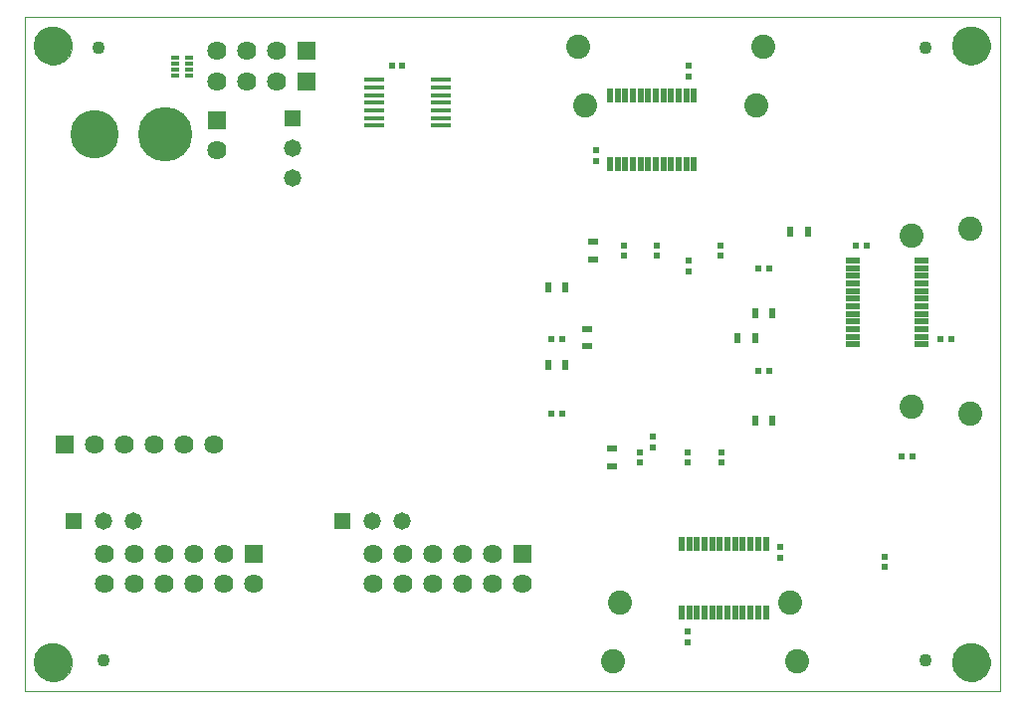
<source format=gbs>
G75*
%MOIN*%
%OFA0B0*%
%FSLAX24Y24*%
%IPPOS*%
%LPD*%
%AMOC8*
5,1,8,0,0,1.08239X$1,22.5*
%
%ADD10C,0.0000*%
%ADD11C,0.1290*%
%ADD12R,0.0237X0.0355*%
%ADD13R,0.0197X0.0237*%
%ADD14R,0.0355X0.0237*%
%ADD15R,0.0237X0.0197*%
%ADD16C,0.0808*%
%ADD17R,0.0197X0.0512*%
%ADD18C,0.1621*%
%ADD19C,0.1818*%
%ADD20R,0.0640X0.0640*%
%ADD21C,0.0640*%
%ADD22R,0.0580X0.0580*%
%ADD23C,0.0580*%
%ADD24R,0.0670X0.0178*%
%ADD25R,0.0296X0.0158*%
%ADD26R,0.0512X0.0197*%
%ADD27C,0.0434*%
D10*
X000873Y004647D02*
X000873Y027246D01*
X033550Y027246D01*
X033550Y004647D01*
X000873Y004647D01*
X001213Y005612D02*
X001215Y005662D01*
X001221Y005711D01*
X001231Y005760D01*
X001244Y005807D01*
X001262Y005854D01*
X001283Y005899D01*
X001307Y005942D01*
X001335Y005983D01*
X001366Y006022D01*
X001400Y006058D01*
X001437Y006092D01*
X001477Y006122D01*
X001518Y006149D01*
X001562Y006173D01*
X001607Y006193D01*
X001654Y006209D01*
X001702Y006222D01*
X001751Y006231D01*
X001801Y006236D01*
X001850Y006237D01*
X001900Y006234D01*
X001949Y006227D01*
X001998Y006216D01*
X002045Y006202D01*
X002091Y006183D01*
X002136Y006161D01*
X002179Y006136D01*
X002219Y006107D01*
X002257Y006075D01*
X002293Y006041D01*
X002326Y006003D01*
X002355Y005963D01*
X002381Y005921D01*
X002404Y005877D01*
X002423Y005831D01*
X002439Y005784D01*
X002451Y005735D01*
X002459Y005686D01*
X002463Y005637D01*
X002463Y005587D01*
X002459Y005538D01*
X002451Y005489D01*
X002439Y005440D01*
X002423Y005393D01*
X002404Y005347D01*
X002381Y005303D01*
X002355Y005261D01*
X002326Y005221D01*
X002293Y005183D01*
X002257Y005149D01*
X002219Y005117D01*
X002179Y005088D01*
X002136Y005063D01*
X002091Y005041D01*
X002045Y005022D01*
X001998Y005008D01*
X001949Y004997D01*
X001900Y004990D01*
X001850Y004987D01*
X001801Y004988D01*
X001751Y004993D01*
X001702Y005002D01*
X001654Y005015D01*
X001607Y005031D01*
X001562Y005051D01*
X001518Y005075D01*
X001477Y005102D01*
X001437Y005132D01*
X001400Y005166D01*
X001366Y005202D01*
X001335Y005241D01*
X001307Y005282D01*
X001283Y005325D01*
X001262Y005370D01*
X001244Y005417D01*
X001231Y005464D01*
X001221Y005513D01*
X001215Y005562D01*
X001213Y005612D01*
X001213Y026281D02*
X001215Y026331D01*
X001221Y026380D01*
X001231Y026429D01*
X001244Y026476D01*
X001262Y026523D01*
X001283Y026568D01*
X001307Y026611D01*
X001335Y026652D01*
X001366Y026691D01*
X001400Y026727D01*
X001437Y026761D01*
X001477Y026791D01*
X001518Y026818D01*
X001562Y026842D01*
X001607Y026862D01*
X001654Y026878D01*
X001702Y026891D01*
X001751Y026900D01*
X001801Y026905D01*
X001850Y026906D01*
X001900Y026903D01*
X001949Y026896D01*
X001998Y026885D01*
X002045Y026871D01*
X002091Y026852D01*
X002136Y026830D01*
X002179Y026805D01*
X002219Y026776D01*
X002257Y026744D01*
X002293Y026710D01*
X002326Y026672D01*
X002355Y026632D01*
X002381Y026590D01*
X002404Y026546D01*
X002423Y026500D01*
X002439Y026453D01*
X002451Y026404D01*
X002459Y026355D01*
X002463Y026306D01*
X002463Y026256D01*
X002459Y026207D01*
X002451Y026158D01*
X002439Y026109D01*
X002423Y026062D01*
X002404Y026016D01*
X002381Y025972D01*
X002355Y025930D01*
X002326Y025890D01*
X002293Y025852D01*
X002257Y025818D01*
X002219Y025786D01*
X002179Y025757D01*
X002136Y025732D01*
X002091Y025710D01*
X002045Y025691D01*
X001998Y025677D01*
X001949Y025666D01*
X001900Y025659D01*
X001850Y025656D01*
X001801Y025657D01*
X001751Y025662D01*
X001702Y025671D01*
X001654Y025684D01*
X001607Y025700D01*
X001562Y025720D01*
X001518Y025744D01*
X001477Y025771D01*
X001437Y025801D01*
X001400Y025835D01*
X001366Y025871D01*
X001335Y025910D01*
X001307Y025951D01*
X001283Y025994D01*
X001262Y026039D01*
X001244Y026086D01*
X001231Y026133D01*
X001221Y026182D01*
X001215Y026231D01*
X001213Y026281D01*
X031961Y026281D02*
X031963Y026331D01*
X031969Y026380D01*
X031979Y026429D01*
X031992Y026476D01*
X032010Y026523D01*
X032031Y026568D01*
X032055Y026611D01*
X032083Y026652D01*
X032114Y026691D01*
X032148Y026727D01*
X032185Y026761D01*
X032225Y026791D01*
X032266Y026818D01*
X032310Y026842D01*
X032355Y026862D01*
X032402Y026878D01*
X032450Y026891D01*
X032499Y026900D01*
X032549Y026905D01*
X032598Y026906D01*
X032648Y026903D01*
X032697Y026896D01*
X032746Y026885D01*
X032793Y026871D01*
X032839Y026852D01*
X032884Y026830D01*
X032927Y026805D01*
X032967Y026776D01*
X033005Y026744D01*
X033041Y026710D01*
X033074Y026672D01*
X033103Y026632D01*
X033129Y026590D01*
X033152Y026546D01*
X033171Y026500D01*
X033187Y026453D01*
X033199Y026404D01*
X033207Y026355D01*
X033211Y026306D01*
X033211Y026256D01*
X033207Y026207D01*
X033199Y026158D01*
X033187Y026109D01*
X033171Y026062D01*
X033152Y026016D01*
X033129Y025972D01*
X033103Y025930D01*
X033074Y025890D01*
X033041Y025852D01*
X033005Y025818D01*
X032967Y025786D01*
X032927Y025757D01*
X032884Y025732D01*
X032839Y025710D01*
X032793Y025691D01*
X032746Y025677D01*
X032697Y025666D01*
X032648Y025659D01*
X032598Y025656D01*
X032549Y025657D01*
X032499Y025662D01*
X032450Y025671D01*
X032402Y025684D01*
X032355Y025700D01*
X032310Y025720D01*
X032266Y025744D01*
X032225Y025771D01*
X032185Y025801D01*
X032148Y025835D01*
X032114Y025871D01*
X032083Y025910D01*
X032055Y025951D01*
X032031Y025994D01*
X032010Y026039D01*
X031992Y026086D01*
X031979Y026133D01*
X031969Y026182D01*
X031963Y026231D01*
X031961Y026281D01*
X031961Y005612D02*
X031963Y005662D01*
X031969Y005711D01*
X031979Y005760D01*
X031992Y005807D01*
X032010Y005854D01*
X032031Y005899D01*
X032055Y005942D01*
X032083Y005983D01*
X032114Y006022D01*
X032148Y006058D01*
X032185Y006092D01*
X032225Y006122D01*
X032266Y006149D01*
X032310Y006173D01*
X032355Y006193D01*
X032402Y006209D01*
X032450Y006222D01*
X032499Y006231D01*
X032549Y006236D01*
X032598Y006237D01*
X032648Y006234D01*
X032697Y006227D01*
X032746Y006216D01*
X032793Y006202D01*
X032839Y006183D01*
X032884Y006161D01*
X032927Y006136D01*
X032967Y006107D01*
X033005Y006075D01*
X033041Y006041D01*
X033074Y006003D01*
X033103Y005963D01*
X033129Y005921D01*
X033152Y005877D01*
X033171Y005831D01*
X033187Y005784D01*
X033199Y005735D01*
X033207Y005686D01*
X033211Y005637D01*
X033211Y005587D01*
X033207Y005538D01*
X033199Y005489D01*
X033187Y005440D01*
X033171Y005393D01*
X033152Y005347D01*
X033129Y005303D01*
X033103Y005261D01*
X033074Y005221D01*
X033041Y005183D01*
X033005Y005149D01*
X032967Y005117D01*
X032927Y005088D01*
X032884Y005063D01*
X032839Y005041D01*
X032793Y005022D01*
X032746Y005008D01*
X032697Y004997D01*
X032648Y004990D01*
X032598Y004987D01*
X032549Y004988D01*
X032499Y004993D01*
X032450Y005002D01*
X032402Y005015D01*
X032355Y005031D01*
X032310Y005051D01*
X032266Y005075D01*
X032225Y005102D01*
X032185Y005132D01*
X032148Y005166D01*
X032114Y005202D01*
X032083Y005241D01*
X032055Y005282D01*
X032031Y005325D01*
X032010Y005370D01*
X031992Y005417D01*
X031979Y005464D01*
X031969Y005513D01*
X031963Y005562D01*
X031961Y005612D01*
D11*
X032586Y005612D03*
X032586Y026281D03*
X001838Y026281D03*
X001838Y005612D03*
D12*
X018412Y015592D03*
X019003Y015592D03*
X019003Y018191D03*
X018412Y018191D03*
X024751Y016498D03*
X025342Y016498D03*
X025342Y017324D03*
X025932Y017324D03*
X026523Y020041D03*
X027113Y020041D03*
X025932Y013702D03*
X025342Y013702D03*
D13*
X025460Y015395D03*
X025814Y015395D03*
X025814Y018820D03*
X025460Y018820D03*
X028727Y019569D03*
X029082Y019569D03*
X031562Y016458D03*
X031916Y016458D03*
X030617Y012521D03*
X030263Y012521D03*
X018885Y013939D03*
X018531Y013939D03*
X018531Y016458D03*
X018885Y016458D03*
X013531Y025631D03*
X013176Y025631D03*
D14*
X019928Y019706D03*
X019928Y019116D03*
X019731Y016793D03*
X019731Y016202D03*
X020558Y012777D03*
X020558Y012187D03*
D15*
X021503Y012305D03*
X021503Y012659D03*
X021936Y012817D03*
X021936Y013171D03*
X023078Y012659D03*
X023078Y012305D03*
X024219Y012305D03*
X024219Y012659D03*
X026188Y009470D03*
X026188Y009116D03*
X029692Y009155D03*
X029692Y008801D03*
X023078Y006635D03*
X023078Y006281D03*
X023117Y018722D03*
X023117Y019076D03*
X022054Y019234D03*
X022054Y019588D03*
X020952Y019588D03*
X020952Y019234D03*
X024180Y019234D03*
X024180Y019588D03*
X020007Y022423D03*
X020007Y022777D03*
X023117Y025257D03*
X023117Y025612D03*
D16*
X025381Y024293D03*
X025617Y026242D03*
X019672Y024293D03*
X019436Y026242D03*
X030597Y019903D03*
X032546Y020139D03*
X030597Y014194D03*
X032546Y013958D03*
X026523Y007600D03*
X026759Y005651D03*
X020814Y007600D03*
X020578Y005651D03*
D17*
X022891Y007285D03*
X023147Y007285D03*
X023403Y007285D03*
X023658Y007285D03*
X023914Y007285D03*
X024170Y007285D03*
X024426Y007285D03*
X024682Y007285D03*
X024938Y007285D03*
X025194Y007285D03*
X025450Y007285D03*
X025706Y007285D03*
X025706Y009569D03*
X025450Y009569D03*
X025194Y009569D03*
X024938Y009569D03*
X024682Y009569D03*
X024426Y009569D03*
X024170Y009569D03*
X023914Y009569D03*
X023658Y009569D03*
X023403Y009569D03*
X023147Y009569D03*
X022891Y009569D03*
X022792Y022324D03*
X022536Y022324D03*
X022281Y022324D03*
X022025Y022324D03*
X021769Y022324D03*
X021513Y022324D03*
X021257Y022324D03*
X021001Y022324D03*
X020745Y022324D03*
X020489Y022324D03*
X023048Y022324D03*
X023304Y022324D03*
X023304Y024608D03*
X023048Y024608D03*
X022792Y024608D03*
X022536Y024608D03*
X022281Y024608D03*
X022025Y024608D03*
X021769Y024608D03*
X021513Y024608D03*
X021257Y024608D03*
X021001Y024608D03*
X020745Y024608D03*
X020489Y024608D03*
D18*
X003235Y023309D03*
D19*
X005597Y023309D03*
D20*
X007330Y023769D03*
X010326Y025080D03*
X010326Y026104D03*
X002231Y012915D03*
X008546Y009242D03*
X017546Y009242D03*
D21*
X016546Y009242D03*
X015546Y009242D03*
X014546Y009242D03*
X013546Y009242D03*
X012546Y009242D03*
X012546Y008242D03*
X013546Y008242D03*
X014546Y008242D03*
X015546Y008242D03*
X016546Y008242D03*
X017546Y008242D03*
X008546Y008242D03*
X007546Y008242D03*
X006546Y008242D03*
X005546Y008242D03*
X004546Y008242D03*
X003546Y008242D03*
X003546Y009242D03*
X004546Y009242D03*
X005546Y009242D03*
X006546Y009242D03*
X007546Y009242D03*
X007231Y012915D03*
X006231Y012915D03*
X005231Y012915D03*
X004231Y012915D03*
X003231Y012915D03*
X007330Y022769D03*
X007326Y025080D03*
X008326Y025080D03*
X009326Y025080D03*
X009326Y026104D03*
X008326Y026104D03*
X007326Y026104D03*
D22*
X009849Y023836D03*
X011527Y010356D03*
X002527Y010356D03*
D23*
X003527Y010356D03*
X004527Y010356D03*
X012527Y010356D03*
X013527Y010356D03*
X009849Y021836D03*
X009849Y022836D03*
D24*
X012605Y023604D03*
X012605Y023860D03*
X012605Y024116D03*
X012605Y024372D03*
X012605Y024628D03*
X012605Y024883D03*
X012605Y025139D03*
X014810Y025139D03*
X014810Y024883D03*
X014810Y024628D03*
X014810Y024372D03*
X014810Y024116D03*
X014810Y023860D03*
X014810Y023604D03*
D25*
X006391Y025297D03*
X006391Y025494D03*
X006391Y025691D03*
X006391Y025887D03*
X005939Y025887D03*
X005939Y025691D03*
X005939Y025494D03*
X005939Y025297D03*
D26*
X028629Y019086D03*
X028629Y018830D03*
X028629Y018574D03*
X028629Y018319D03*
X028629Y018063D03*
X028629Y017807D03*
X028629Y017551D03*
X028629Y017295D03*
X028629Y017039D03*
X028629Y016783D03*
X028629Y016527D03*
X028629Y016271D03*
X030912Y016271D03*
X030912Y016527D03*
X030912Y016783D03*
X030912Y017039D03*
X030912Y017295D03*
X030912Y017551D03*
X030912Y017807D03*
X030912Y018063D03*
X030912Y018319D03*
X030912Y018574D03*
X030912Y018830D03*
X030912Y019086D03*
D27*
X031070Y026222D03*
X003353Y026222D03*
X003511Y005671D03*
X031070Y005671D03*
M02*

</source>
